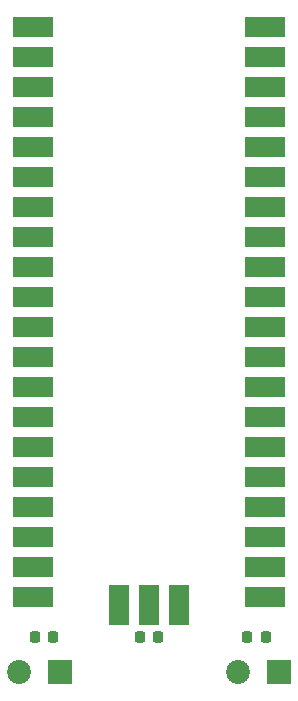
<source format=gbr>
%TF.GenerationSoftware,KiCad,Pcbnew,7.0.7-7.0.7~ubuntu22.04.1*%
%TF.CreationDate,2023-09-18T01:56:03+01:00*%
%TF.ProjectId,cam_delay_meas_photo,63616d5f-6465-46c6-9179-5f6d6561735f,rev?*%
%TF.SameCoordinates,Original*%
%TF.FileFunction,Soldermask,Top*%
%TF.FilePolarity,Negative*%
%FSLAX46Y46*%
G04 Gerber Fmt 4.6, Leading zero omitted, Abs format (unit mm)*
G04 Created by KiCad (PCBNEW 7.0.7-7.0.7~ubuntu22.04.1) date 2023-09-18 01:56:03*
%MOMM*%
%LPD*%
G01*
G04 APERTURE LIST*
G04 Aperture macros list*
%AMRoundRect*
0 Rectangle with rounded corners*
0 $1 Rounding radius*
0 $2 $3 $4 $5 $6 $7 $8 $9 X,Y pos of 4 corners*
0 Add a 4 corners polygon primitive as box body*
4,1,4,$2,$3,$4,$5,$6,$7,$8,$9,$2,$3,0*
0 Add four circle primitives for the rounded corners*
1,1,$1+$1,$2,$3*
1,1,$1+$1,$4,$5*
1,1,$1+$1,$6,$7*
1,1,$1+$1,$8,$9*
0 Add four rect primitives between the rounded corners*
20,1,$1+$1,$2,$3,$4,$5,0*
20,1,$1+$1,$4,$5,$6,$7,0*
20,1,$1+$1,$6,$7,$8,$9,0*
20,1,$1+$1,$8,$9,$2,$3,0*%
G04 Aperture macros list end*
%ADD10RoundRect,0.218750X-0.218750X-0.256250X0.218750X-0.256250X0.218750X0.256250X-0.218750X0.256250X0*%
%ADD11R,2.025000X2.025000*%
%ADD12C,2.025000*%
%ADD13R,3.500000X1.700000*%
%ADD14R,1.700000X3.500000*%
G04 APERTURE END LIST*
D10*
%TO.C,D3*%
X123312500Y-103600000D03*
X124887500Y-103600000D03*
%TD*%
%TO.C,D1*%
X105312500Y-103600000D03*
X106887500Y-103600000D03*
%TD*%
D11*
%TO.C,J1*%
X107500000Y-106575000D03*
D12*
X104000000Y-106575000D03*
%TD*%
D11*
%TO.C,J2*%
X126000000Y-106575000D03*
D12*
X122500000Y-106575000D03*
%TD*%
D13*
%TO.C,U2*%
X105210000Y-51925000D03*
X105210000Y-54465000D03*
X105210000Y-57005000D03*
X105210000Y-59545000D03*
X105210000Y-62085000D03*
X105210000Y-64625000D03*
X105210000Y-67165000D03*
X105210000Y-69705000D03*
X105210000Y-72245000D03*
X105210000Y-74785000D03*
X105210000Y-77325000D03*
X105210000Y-79865000D03*
X105210000Y-82405000D03*
X105210000Y-84945000D03*
X105210000Y-87485000D03*
X105210000Y-90025000D03*
X105210000Y-92565000D03*
X105210000Y-95105000D03*
X105210000Y-97645000D03*
X105210000Y-100185000D03*
X124790000Y-100185000D03*
X124790000Y-97645000D03*
X124790000Y-95105000D03*
X124790000Y-92565000D03*
X124790000Y-90025000D03*
X124790000Y-87485000D03*
X124790000Y-84945000D03*
X124790000Y-82405000D03*
X124790000Y-79865000D03*
X124790000Y-77325000D03*
X124790000Y-74785000D03*
X124790000Y-72245000D03*
X124790000Y-69705000D03*
X124790000Y-67165000D03*
X124790000Y-64625000D03*
X124790000Y-62085000D03*
X124790000Y-59545000D03*
X124790000Y-57005000D03*
X124790000Y-54465000D03*
X124790000Y-51925000D03*
D14*
X112460000Y-100855000D03*
X115000000Y-100855000D03*
X117540000Y-100855000D03*
%TD*%
D10*
%TO.C,D2*%
X114212500Y-103600000D03*
X115787500Y-103600000D03*
%TD*%
M02*

</source>
